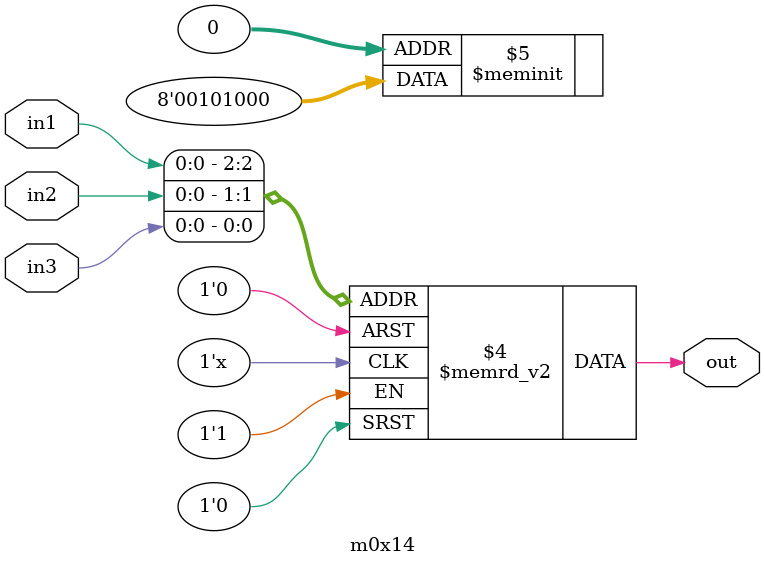
<source format=v>
module m0x14(output out, input in1, in2, in3);

   always @(in1, in2, in3)
     begin
        case({in1, in2, in3})
          3'b000: {out} = 1'b0;
          3'b001: {out} = 1'b0;
          3'b010: {out} = 1'b0;
          3'b011: {out} = 1'b1;
          3'b100: {out} = 1'b0;
          3'b101: {out} = 1'b1;
          3'b110: {out} = 1'b0;
          3'b111: {out} = 1'b0;
        endcase // case ({in1, in2, in3})
     end // always @ (in1, in2, in3)

endmodule // m0x14
</source>
